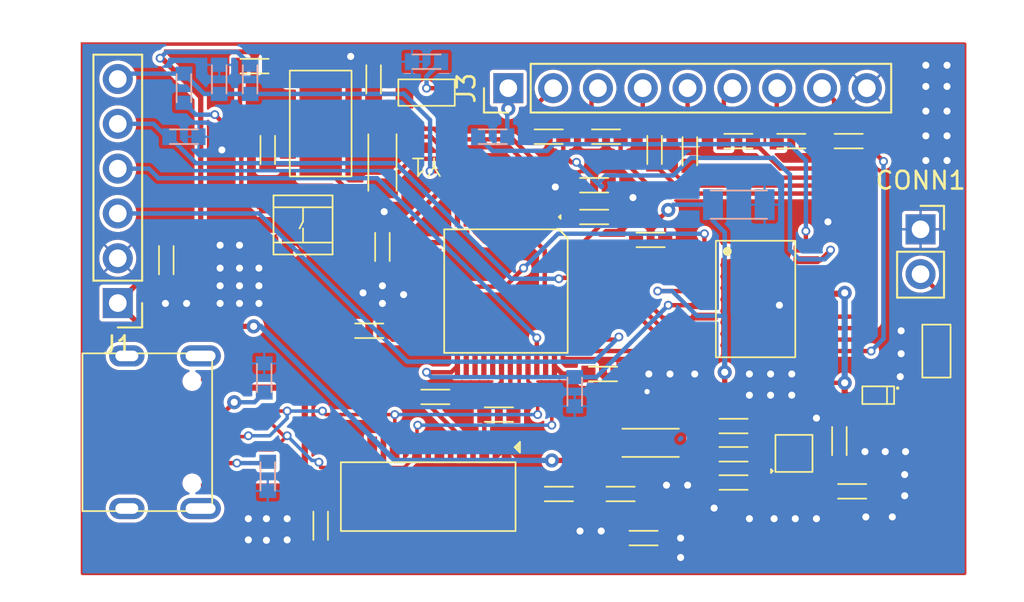
<source format=kicad_pcb>
(kicad_pcb (version 20241229) (generator "pcbnew") (generator_version "9.0")
  (layers (0 "F.Cu" signal) (2 "B.Cu" signal) (13 "F.Paste" user) (15 "B.Paste" user) (5 "F.SilkS" user "F.Silkscreen") (7 "B.SilkS" user "B.Silkscreen") (1 "F.Mask" user) (3 "B.Mask" user) (25 "Edge.Cuts" user))
  (net 0 "")
  (net 1 "5V")
  (net 2 "GND")
  (net 3 "3V3")
  (net 4 "VCC3V3")
  (net 5 "Net-(C22-Pad2)")
  (net 6 "OSCIN")
  (net 7 "PC14")
  (net 8 "PC15")
  (net 9 "RESET")
  (net 10 "Net-(CONN1-5V)")
  (net 12 "DN")
  (net 13 "Net-(CONN2-CC1)")
  (net 15 "DP")
  (net 17 "Net-(CONN2-CC2)")
  (net 18 "Net-(D1-PadK)")
  (net 19 "SWIO")
  (net 20 "SWCLK")
  (net 21 "BOOT0")
  (net 22 "Net-(J3-Pin_2)")
  (net 23 "Net-(J3-Pin_6)")
  (net 24 "Net-(J3-Pin_8)")
  (net 25 "Net-(J3-Pin_1)")
  (net 26 "Net-(J3-Pin_7)")
  (net 27 "Net-(J3-Pin_5)")
  (net 28 "Net-(J3-Pin_3)")
  (net 29 "Net-(J3-Pin_4)")
  (net 30 "BOOT1")
  (net 31 "PA3")
  (net 32 "PB14")
  (net 33 "VBAT")
  (net 34 "PA4")
  (net 35 "PA10")
  (net 36 "PA2")
  (net 37 "PB5")
  (net 38 "OSCOUT")
  (net 39 "PB15")
  (net 40 "PA5")
  (net 41 "PA9")
  (net 42 "OE")
  (net 43 "PB8")
  (net 44 "PA1")
  (net 45 "PB4")
  (net 46 "PA7")
  (net 47 "PB3")
  (net 48 "PA8")
  (net 49 "PA0")
  (net 50 "PB10")
  (net 51 "PB0")
  (net 52 "PB11")
  (net 53 "PA15")
  (net 54 "PB1")
  (net 55 "PB7")
  (net 56 "PC13")
  (net 57 "PB9")
  (net 58 "PB6")
  (net 59 "PB13")
  (net 60 "PA6")
  (net 61 "Net-(U1-PG)")
  (net 62 "Net-(U2-RXD)")
  (net 63 "Net-(U2-TXD)")
  (net 64 "Net-(U2-~{DTR})")
  (net 65 "Net-(SW1-SW2)")
  (net 66 "DIN1")
  (net 67 "DIN2")
  (net 68 "DIN3")
  (net 69 "DIN4")
  (net 70 "DIN5")
  (net 71 "DIN6")
  (net 72 "DIN7")
  (net 73 "DIN8")
  (footprint "Borna KiCAD Library:R0603" (layer "F.Cu") (at 162.425 46 90)
    (property "Reference" "R13")
    (property "Value" "100")
  )
  (footprint "Connector_PinHeader_2.54mm:PinHeader_1x09_P2.54mm_Vertical" (layer "F.Cu") (at 154.135 42.5 90)
    (property "Reference" "J3")
    (property "Value" "Conn_01x09")
  )
  (footprint "Borna KiCAD Library:C0603" (layer "F.Cu") (at 159 48 180)
    (property "Reference" "C10")
    (property "Value" "100nF")
  )
  (footprint "Connector_PinSocket_2.54mm:PinSocket_1x02_P2.54mm_Vertical" (layer "F.Cu") (at 177.5 50.5)
    (property "Reference" "CONN1")
    (property "Value" "POWER_SUPPLY")
  )
  (footprint "Borna KiCAD Library:C0603" (layer "F.Cu") (at 147 51.5 -90)
    (property "Reference" "C25")
    (property "Value" "100nF")
  )
  (footprint "Borna KiCAD Library:R1206" (layer "F.Cu") (at 147 46.7125 -90)
    (property "Reference" "R6")
    (property "Value" "1M")
  )
  (footprint "Borna KiCAD Library:C0603" (layer "F.Cu") (at 173.625 65.35)
    (property "Reference" "C16")
    (property "Value" "100nF")
  )
  (footprint "Borna KiCAD Library:R0603" (layer "F.Cu") (at 164.425 46.075 90)
    (property "Reference" "R14")
    (property "Value" "100")
  )
  (footprint "Borna KiCAD Library:C0603" (layer "F.Cu") (at 166.9 63.25)
    (property "Reference" "C3")
    (property "Value" "100nF")
  )
  (footprint "Borna KiCAD Library:SOD323" (layer "F.Cu") (at 175.1 59.9)
    (property "Reference" "D1")
    (property "Value" "BAT20JFILM")
  )
  (footprint "Borna KiCAD Library:TQFP48" (layer "F.Cu") (at 154 54 180)
    (property "Reference" "MCU1")
    (property "Value" "STM32F103")
  )
  (footprint "Borna KiCAD Library:R0603" (layer "F.Cu") (at 156.425 45.25 180)
    (property "Reference" "R11")
    (property "Value" "100")
  )
  (footprint "Borna KiCAD Library:C0603" (layer "F.Cu") (at 134.75 52.25 90)
    (property "Reference" "C7")
    (property "Value" "100nF")
  )
  (footprint "Borna KiCAD Library:R0603" (layer "F.Cu") (at 159.675 45.25 180)
    (property "Reference" "R12")
    (property "Value" "100")
  )
  (footprint "Borna KiCAD Library:C0603" (layer "F.Cu") (at 146.5 42 -90)
    (property "Reference" "C29")
    (property "Value" "8p")
  )
  (footprint "Borna KiCAD Library:R0603" (layer "F.Cu") (at 150 60 180)
    (property "Reference" "R4")
    (property "Value" "100")
  )
  (footprint "Marina_Library:ECS-080-18-23G-JGN-TR" (layer "F.Cu") (at 143.5 44.5 90)
    (property "Reference" "Y3")
    (property "Value" "8MHz")
  )
  (footprint "Borna KiCAD Library:C1206" (layer "F.Cu") (at 162.2 62.6 180)
    (property "Reference" "C4")
    (property "Value" "10uF")
  )
  (footprint "Borna KiCAD Library:R0603" (layer "F.Cu") (at 170.175 45.5 180)
    (property "Reference" "R17")
    (property "Value" "100")
  )
  (footprint "Borna KiCAD Library:C0603" (layer "F.Cu") (at 139.75 41.25 180)
    (property "Reference" "C23")
    (property "Value" "8p")
  )
  (footprint "Borna KiCAD Library:C0603" (layer "F.Cu") (at 140.5 46 90)
    (property "Reference" "C22")
    (property "Value" "8p")
  )
  (footprint "Borna KiCAD Library:R0603" (layer "F.Cu") (at 153.6 61 180)
    (property "Reference" "R5")
    (property "Value" "100")
  )
  (footprint "Borna KiCAD Library:R0603" (layer "F.Cu") (at 159 49.8)
    (property "Reference" "R20")
    (property "Value" "100R")
  )
  (footprint "Connector_PinHeader_2.54mm:PinHeader_1x06_P2.54mm_Vertical" (layer "F.Cu") (at 132 54.68 180)
    (property "Reference" "J1")
    (property "Value" "Conn_01x06")
  )
  (footprint "Borna KiCAD Library:C0603" (layer "F.Cu") (at 146.25 56.25 180)
    (property "Reference" "C24")
    (property "Value" "100nF")
  )
  (footprint "Borna KiCAD Library:SOP-16" (layer "F.Cu") (at 149.595 65.65 -90)
    (property "Reference" "U2")
    (property "Value" "CH340C")
  )
  (footprint "Borna KiCAD Library:C0603" (layer "F.Cu") (at 161.8 68 180)
    (property "Reference" "C2")
    (property "Value" "470uF")
  )
  (footprint "TXB0108:TXB0108" (layer "F.Cu") (at 168.25 54.2)
    (property "Reference" "U3" (hide yes))
    (property "Value" "TXB0108")
  )
  (footprint "Borna KiCAD Library:TSA007A1518B03" (layer "F.Cu") (at 142.5 50.25 180)
    (property "Reference" "SW1")
    (property "Value" "BZCN_TSA007A1518B03")
  )
  (footprint "Borna KiCAD Library:R0603" (layer "F.Cu") (at 173.425 45.5 180)
    (property "Reference" "R18" (hide yes))
    (property "Value" "100")
  )
  (footprint "Borna KiCAD Library:R0603" (layer "F.Cu") (at 167.175 45.5 180)
    (property "Reference" "R16")
    (property "Value" "100")
  )
  (footprint "Borna KiCAD Library:C0603" (layer "F.Cu") (at 166.9 61.65)
    (property "Reference" "C17")
    (property "Value" "2u2")
  )
  (footprint "Borna KiCAD Library:C0603" (layer "F.Cu") (at 159.5 58.7)
    (property "Reference" "C21")
    (property "Value" "100nF")
  )
  (footprint "Borna KiCAD Library:R0603" (layer "F.Cu") (at 166.9 64.85)
    (property "Reference" "R1")
    (property "Value" "100k")
  )
  (footprint "Borna KiCAD Library:C0603" (layer "F.Cu") (at 172.9 62.5 90)
    (property "Reference" "C6")
    (property "Value" "2u2")
  )
  (footprint "Borna KiCAD Library:WSON-6" (layer "F.Cu") (at 170.325 63.2 90)
    (property "Reference" "U1")
    (property "Value" "TPS7A2633DRVR")
  )
  (footprint "Borna KiCAD Library:R0603" (layer "F.Cu") (at 143.5 67.3 -90)
    (property "Reference" "R7")
    (property "Value" "4k7")
  )
  (footprint "Borna KiCAD Library:C0603" (layer "F.Cu") (at 160.5 65.5 180)
    (property "Reference" "C1")
    (property "Value" "100nF")
  )
  (footprint "Borna KiCAD Library:C0603" (layer "F.Cu") (at 162.2 51.1)
    (property "Reference" "C26")
    (property "Value" "100nF")
  )
  (footprint "Borna KiCAD Library:C0603" (layer "F.Cu") (at 157 65.5)
    (property "Reference" "C5")
    (property "Value" "100nF")
  )
  (footprint "Borna KiCAD Library:1206" (layer "F.Cu") (at 178.4 57.4 -90)
    (property "Reference" "F1")
    (property "Value" "SMD1206-100/06N")
  )
  (footprint "Borna KiCAD Library:TYPE-C_16PIN_2MD(073)" (layer "F.Cu") (at 133.6725 62 -90)
    (property "Reference" "CONN2")
    (property "Value" "TYPE-C_16PIN_2MD(073)")
  )
  (footprint "Marina_Library:SMD3215-2P" (layer "F.Cu") (at 149.5 42.75 180)
    (property "Reference" "Y1")
    (property "Value" "~")
  )
  (footprint "Borna KiCAD Library:R0603" (layer "B.Cu") (at 140.5 64.5 -90)
    (property "Reference" "R3")
    (property "Value" "5k1")
  )
  (footprint "Borna KiCAD Library:R0603" (layer "B.Cu") (at 140.3 58.925 90)
    (property "Reference" "R2")
    (property "Value" "5k1")
  )
  (footprint "Borna KiCAD Library:R0603" (layer "B.Cu") (at 157.9 59.7 -90)
    (property "Reference" "R19")
    (property "Value" "100k")
  )
  (footprint "Borna KiCAD Library:C1206" (layer "B.Cu") (at 167.2 49.1 180)
    (property "Reference" "C9")
    (property "Value" "10u")
  )
  (footprint "Borna KiCAD Library:R0603" (layer "B.Cu") (at 135.75 45.25)
    (property "Reference" "R15")
    (property "Value" "100k")
  )
  (footprint "Borna KiCAD Library:R0603" (layer "B.Cu") (at 139.5 42 -90)
    (property "Reference" "R10")
    (property "Value" "10k")
  )
  (footprint "Borna KiCAD Library:C0603" (layer "B.Cu") (at 149.5 41)
    (property "Reference" "C28")
    (property "Value" "8p")
  )
  (footprint "Borna KiCAD Library:R0603" (layer "B.Cu") (at 137.75 42 90)
    (property "Reference" "C30")
    (property "Value" "100nF")
  )
  (footprint "Borna KiCAD Library:R0603" (layer "B.Cu") (at 153.25 45.25)
    (property "Reference" "R9")
    (property "Value" "100")
  )
  (footprint "Borna KiCAD Library:R0603" (layer "B.Cu") (at 135.75 42.5 90)
    (property "Reference" "R8")
    (property "Value" "100")
  )
  (gr_rect (start 130 40) (end 180 70) (stroke (width 0.2)) (fill no) (layer "F.Cu") (net 74))
  (segment (start 172.8 65.35) (end 172.8 63.425) (width 0.25) (layer "F.Cu") (net 1))
  (segment (start 172.8 67.8) (end 172.8 65.35) (width 0.35) (layer "F.Cu") (net 1))
  (segment (start 160.9 66.5) (end 160.975 66.575) (width 0.35) (layer "F.Cu") (net 1))
  (segment (start 171.05 54.15) (end 173.15 54.15) (width 0.35) (layer "F.Cu") (net 1))
  (segment (start 159.675 66.325) (end 159.675 65.5) (width 0.35) (layer "F.Cu") (net 1))
  (segment (start 173.2 59.9) (end 173.2 59.2) (width 0.35) (layer "F.Cu") (net 1))
  (segment (start 142.6 60.4) (end 141.676 59.476) (width 0.35) (layer "F.Cu") (net 1))
  (segment (start 154.1 68.4) (end 155 67.5) (width 0.35) (layer "F.Cu") (net 1))
  (segment (start 141.676 59.476) (end 137.2825 59.476) (width 0.35) (layer "F.Cu") (net 1))
  (segment (start 155 66.675) (end 155.3375 66.3375) (width 0.35) (layer "F.Cu") (net 1))
  (segment (start 160 66.5) (end 159.5 66.5) (width 0.35) (layer "F.Cu") (net 1))
  (segment (start 160.975 66.575) (end 160.975 68) (width 0.35) (layer "F.Cu") (net 1))
  (segment (start 170.975 62.225) (end 171.8 62.225) (width 0.25) (layer "F.Cu") (net 1))
  (segment (start 172.225 59.2) (end 173.2 59.2) (width 0.25) (layer "F.Cu") (net 1))
  (segment (start 142.6 64.524) (end 142.6 60.4) (width 0.35) (layer "F.Cu") (net 1))
  (segment (start 179 66) (end 179 62.75) (width 0.35) (layer "F.Cu") (net 1))
  (segment (start 171.8 62.225) (end 172.9 63.325) (width 0.25) (layer "F.Cu") (net 1))
  (segment (start 179 66) (end 176.8 68.2) (width 0.35) (layer "F.Cu") (net 1))
  (segment (start 159.5 66.5) (end 155.5 66.5) (width 0.35) (layer "F.Cu") (net 1))
  (segment (start 165.2 68.2) (end 163.5 66.5) (width 0.35) (layer "F.Cu") (net 1))
  (segment (start 154.04 68.4) (end 154.1 68.4) (width 0.25) (layer "F.Cu") (net 1))
  (segment (start 179 62.75) (end 177.25 61) (width 0.35) (layer "F.Cu") (net 1))
  (segment (start 174.045 59.9) (end 173.2 59.9) (width 0.35) (layer "F.Cu") (net 1))
  (segment (start 173.15 54.15) (end 173.2 54.1) (width 0.35) (layer "F.Cu") (net 1))
  (segment (start 163.5 66.5) (end 160.9 66.5) (width 0.35) (layer "F.Cu") (net 1))
  (segment (start 156.175 65.5) (end 155.199 64.524) (width 0.35) (layer "F.Cu") (net 1))
  (segment (start 160.9 66.5) (end 160 66.5) (width 0.35) (layer "F.Cu") (net 1))
  (segment (start 155 67.5) (end 155 66.675) (width 0.35) (layer "F.Cu") (net 1))
  (segment (start 176.8 68.2) (end 173.2 68.2) (width 0.35) (layer "F.Cu") (net 1))
  (segment (start 173.2 60.4) (end 173.2 59.9) (width 0.35) (layer "F.Cu") (net 1))
  (segment (start 154.14 68.5) (end 154.04 68.4) (width 0.25) (layer "F.Cu") (net 1))
  (segment (start 173.2 68.2) (end 172.8 67.8) (width 0.35) (layer "F.Cu") (net 1))
  (segment (start 173.2 68.2) (end 165.2 68.2) (width 0.35) (layer "F.Cu") (net 1))
  (segment (start 172.8 63.425) (end 172.9 63.325) (width 0.25) (layer "F.Cu") (net 1))
  (segment (start 155.3375 66.3375) (end 156.175 65.5) (width 0.35) (layer "F.Cu") (net 1))
  (segment (start 169.675 61.75) (end 172.225 59.2) (width 0.25) (layer "F.Cu") (net 1))
  (segment (start 155.199 64.524) (end 142.6 64.524) (width 0.35) (layer "F.Cu") (net 1))
  (segment (start 173.8 61) (end 173.2 60.4) (width 0.35) (layer "F.Cu") (net 1))
  (segment (start 159.5 66.5) (end 159.675 66.325) (width 0.35) (layer "F.Cu") (net 1))
  (segment (start 169.675 62.225) (end 169.675 61.75) (width 0.25) (layer "F.Cu") (net 1))
  (segment (start 155.5 66.5) (end 155.3375 66.3375) (width 0.35) (layer "F.Cu") (net 1))
  (segment (start 177.25 61) (end 173.8 61) (width 0.35) (layer "F.Cu") (net 1))
  (segment (start 142.6 64.524) (end 137.2825 64.524) (width 0.35) (layer "F.Cu") (net 1))
  (via (at 173.2 59.2) (size 0.8) (drill 0.4) (layers "F.Cu" "B.Cu") (net 1))
  (via (at 173.2 54.1) (size 0.8) (drill 0.4) (layers "F.Cu" "B.Cu") (net 1))
  (segment (start 173.2 54.1) (end 173.2 58.9) (width 0.35) (layer "B.Cu") (net 1))
  (segment (start 171.05 54.8) (end 170 54.8) (width 0.25) (layer "F.Cu") (net 2))
  (segment (start 170 54.8) (end 169.5 54.8) (width 0.25) (layer "F.Cu") (net 2))
  (segment (start 175.2 64.6) (end 174.45 65.35) (width 0.25) (layer "F.Cu") (net 2))
  (segment (start 176.4 64.6) (end 176.6 64.4) (width 0.25) (layer "F.Cu") (net 2))
  (segment (start 175.2 64.6) (end 176.4 64.6) (width 0.25) (layer "F.Cu") (net 2))
  (segment (start 137.2825 58.95) (end 137.35 58.95) (width 0.25) (layer "F.Cu") (net 2))
  (segment (start 172.725 61.5) (end 172.9 61.675) (width 0.25) (layer "F.Cu") (net 2))
  (via (at 140.425 68.125) (size 0.8) (drill 0.4) (layers "F.Cu" "B.Cu") (net 2))
  (via (at 141.6 66.9) (size 0.8) (drill 0.4) (layers "F.Cu" "B.Cu") (net 2))
  (via (at 145.9 54.1) (size 0.8) (drill 0.4) (layers "F.Cu" "B.Cu") (net 2))
  (via (at 137.8 51.4) (size 0.8) (drill 0.4) (layers "F.Cu" "B.Cu") (net 2))
  (via (at 134.7 54.7) (size 0.8) (drill 0.4) (layers "F.Cu" "B.Cu") (net 2))
  (via (at 140 53.7) (size 0.8) (drill 0.4) (layers "F.Cu" "B.Cu") (net 2))
  (via (at 169.2 66.9) (size 0.8) (drill 0.4) (layers "F.Cu" "B.Cu") (net 2))
  (via (at 179 41.2) (size 0.8) (drill 0.4) (layers "F.Cu" "B.Cu") (net 2))
  (via (at 165.8 66.3) (size 0.8) (drill 0.4) (layers "F.Cu" "B.Cu") (net 2))
  (via (at 177.8 46.6) (size 0.8) (drill 0.4) (layers "F.Cu" "B.Cu") (net 2))
  (via (at 176.4 56.25) (size 0.8) (drill 0.4) (layers "F.Cu" "B.Cu") (net 2))
  (via (at 158.2 67.6) (size 0.8) (drill 0.4) (layers "F.Cu" "B.Cu") (net 2))
  (via (at 177.8 41.2) (size 0.8) (drill 0.4) (layers "F.Cu" "B.Cu") (net 2))
  (via (at 169.5 54.8) (size 0.8) (drill 0.4) (layers "F.Cu" "B.Cu") (net 2))
  (via (at 174.4 66.8) (size 0.8) (drill 0.4) (layers "F.Cu" "B.Cu") (net 2))
  (via (at 175.9 66.8) (size 0.8) (drill 0.4) (layers "F.Cu" "B.Cu") (net 2))
  (via (at 167.8 59.9) (size 0.8) (drill 0.4) (layers "F.Cu" "B.Cu") (net 2))
  (via (at 179 46.6) (size 0.8) (drill 0.4) (layers "F.Cu" "B.Cu") (net 2))
  (via (at 176.6 65.6) (size 0.8) (drill 0.4) (layers "F.Cu" "B.Cu") (net 2))
  (via (at 179 45.2) (size 0.8) (drill 0.4) (layers "F.Cu" "B.Cu") (net 2))
  (via (at 138.9 51.4) (size 0.8) (drill 0.4) (layers "F.Cu" "B.Cu") (net 2))
  (via (at 162 59.7) (size 0.5) (drill 0.3) (layers "F.Cu" "B.Cu") (net 2))
  (via (at 138.9 54.7) (size 0.8) (drill 0.4) (layers "F.Cu" "B.Cu") (net 2))
  (via (at 170.2 59.9) (size 0.8) (drill 0.4) (layers "F.Cu" "B.Cu") (net 2))
  (via (at 140 52.7) (size 0.8) (drill 0.4) (layers "F.Cu" "B.Cu") (net 2))
  (via (at 163.1 65) (size 0.8) (drill 0.4) (layers "F.Cu" "B.Cu") (net 2))
  (via (at 174.35 63.1) (size 0.8) (drill 0.4) (layers "F.Cu" "B.Cu") (net 2))
  (via (at 163.9 69.1) (size 0.8) (drill 0.4) (layers "F.Cu" "B.Cu") (net 2))
  (via (at 140.425 66.9) (size 0.8) (drill 0.4) (layers "F.Cu" "B.Cu") (net 2))
  (via (at 135.9 54.7) (size 0.8) (drill 0.4) (layers "F.Cu" "B.Cu") (net 2))
  (via (at 172.25 50.075) (size 0.8) (drill 0.4) (layers "F.Cu" "B.Cu") (net 2))
  (via (at 176.65 63.1) (size 0.8) (drill 0.4) (layers "F.Cu" "B.Cu") (net 2))
  (via (at 177.8 43.8) (size 0.8) (drill 0.4) (layers "F.Cu" "B.Cu") (net 2))
  (via (at 162.1 58.7) (size 0.8) (drill 0.4) (layers "F.Cu" "B.Cu") (net 2))
  (via (at 179 42.4) (size 0.8) (drill 0.4) (layers "F.Cu" "B.Cu") (net 2))
  (via (at 176.6 64.4) (size 0.8) (drill 0.4) (layers "F.Cu" "B.Cu") (net 2))
  (via (at 138.9 52.7) (size 0.8) (drill 0.4) (layers "F.Cu" "B.Cu") (net 2))
  (via (at 176.4 57.55) (size 0.8) (drill 0.4) (layers "F.Cu" "B.Cu") (net 2))
  (via (at 156.8 48.1) (size 0.8) (drill 0.4) (layers "F.Cu" "B.Cu") (net 2))
  (via (at 177.8 45.2) (size 0.8) (drill 0.4) (layers "F.Cu" "B.Cu") (net 2))
  (via (at 137.8 54.7) (size 0.8) (drill 0.4) (layers "F.Cu" "B.Cu") (net 2))
  (via (at 161.2 48.7) (size 0.8) (drill 0.4) (layers "F.Cu" "B.Cu") (net 2))
  (via (at 164.7 58.7) (size 0.8) (drill 0.4) (layers "F.Cu" "B.Cu") (net 2))
  (via (at 170.4 66.9) (size 0.8) (drill 0.4) (layers "F.Cu" "B.Cu") (net 2))
  (via (at 167.8 66.9) (size 0.8) (drill 0.4) (layers "F.Cu" "B.Cu") (net 2))
  (via (at 139.4 66.9) (size 0.8) (drill 0.4) (layers "F.Cu" "B.Cu") (net 2))
  (via (at 145.2 40.7) (size 0.8) (drill 0.4) (layers "F.Cu" "B.Cu") (net 2))
  (via (at 171.6 61.2) (size 0.8) (drill 0.4) (layers "F.Cu" "B.Cu") (net 2))
  (via (at 163.9 68) (size 0.8) (drill 0.4) (layers "F.Cu" "B.Cu") (net 2))
  (via (at 140 54.7) (size 0.8) (drill 0.4) (layers "F.Cu" "B.Cu") (net 2))
  (via (at 139.4 68.1) (size 0.8) (drill 0.4) (layers "F.Cu" "B.Cu") (net 2))
  (via (at 137.9 46) (size 0.8) (drill 0.4) (layers "F.Cu" "B.Cu") (net 2))
  (via (at 171.6 66.9) (size 0.8) (drill 0.4) (layers "F.Cu" "B.Cu") (net 2))
  (via (at 137.8 52.7) (size 0.8) (drill 0.4) (layers "F.Cu" "B.Cu") (net 2))
  (via (at 167.8 58.7) (size 0.8) (drill 0.4) (layers "F.Cu" "B.Cu") (net 2))
  (via (at 147 53.7) (size 0.8) (drill 0.4) (layers "F.Cu" "B.Cu") (net 2))
  (via (at 177.8 42.4) (size 0.8) (drill 0.4) (layers "F.Cu" "B.Cu") (net 2))
  (via (at 138.9 53.7) (size 0.8) (drill 0.4) (layers "F.Cu" "B.Cu") (net 2))
  (via (at 164.3 65) (size 0.8) (drill 0.4) (layers "F.Cu" "B.Cu") (net 2))
  (via (at 169 59.9) (size 0.8) (drill 0.4) (layers "F.Cu" "B.Cu") (net 2))
  (via (at 170.2 58.7) (size 0.8) (drill 0.4) (layers "F.Cu" "B.Cu") (net 2))
  (via (at 179 43.8) (size 0.8) (drill 0.4) (layers "F.Cu" "B.Cu") (net 2))
  (via (at 169 58.7) (size 0.8) (drill 0.4) (layers "F.Cu" "B.Cu") (net 2))
  (via (at 176.35 58.85) (size 0.8) (drill 0.4) (layers "F.Cu" "B.Cu") (net 2))
  (via (at 163.3 58.7) (size 0.8) (drill 0.4) (layers "F.Cu" "B.Cu") (net 2))
  (via (at 141.6 68.1) (size 0.8) (drill 0.4) (layers "F.Cu" "B.Cu") (net 2))
  (via (at 147.1 49.5) (size 0.8) (drill 0.4) (layers "F.Cu" "B.Cu") (net 2))
  (via (at 137.8 53.7) (size 0.8) (drill 0.4) (layers "F.Cu" "B.Cu") (net 2))
  (via (at 159.4 67.6) (size 0.8) (drill 0.4) (layers "F.Cu" "B.Cu") (net 2))
  (via (at 175.5 63.1) (size 0.8) (drill 0.4) (layers "F.Cu" "B.Cu") (net 2))
  (via (at 148.2 54.2) (size 0.8) (drill 0.4) (layers "F.Cu" "B.Cu") (net 2))
  (via (at 147 54.7) (size 0.8) (drill 0.4) (layers "F.Cu" "B.Cu") (net 2))
  (segment (start 177.5 51) (end 177.5 50.5) (width 0.25) (layer "B.Cu") (net 2))
  (segment (start 135.5 56) (end 133.32 56) (width 0.3) (layer "F.Cu") (net 3))
  (segment (start 162.1 60.9) (end 161.95 61.05) (width 0.3) (layer "F.Cu") (net 3))
  (segment (start 167.725 64.85) (end 167.675 64.85) (width 0.25) (layer "F.Cu") (net 3))
  (segment (start 160.7375 62.2625) (end 160.7375 62.6) (width 0.3) (layer "F.Cu") (net 3))
  (segment (start 164 59.8) (end 166.4 59.8) (width 0.3) (layer "F.Cu") (net 3))
  (segment (start 163.2 59.8) (end 162.5 60.5) (width 0.3) (layer "F.Cu") (net 3))
  (segment (start 158.9625 50.6625) (end 159.825 49.8) (width 0.25) (layer "F.Cu") (net 3))
  (segment (start 164.350001 54) (end 162.6 54) (width 0.25) (layer "F.Cu") (net 3))
  (segment (start 164.500001 54.15) (end 164.350001 54) (width 0.25) (layer "F.Cu") (net 3))
  (segment (start 157.2 58.7) (end 156.75 58.25) (width 0.3) (layer "F.Cu") (net 3))
  (segment (start 168.1 64.85) (end 167.725 64.85) (width 0.25) (layer "F.Cu") (net 3))
  (segment (start 161.225 51.25) (end 161.375 51.1) (width 0.25) (layer "F.Cu") (net 3))
  (segment (start 164.225 59.8) (end 166.075 61.65) (width 0.3) (layer "F.Cu") (net 3))
  (segment (start 133.32 56) (end 132 54.68) (width 0.3) (layer "F.Cu") (net 3))
  (segment (start 165.25 54.15) (end 164.500001 54.15) (width 0.25) (layer "F.Cu") (net 3))
  (segment (start 161.95 61.05) (end 161.025 61.05) (width 0.3) (layer "F.Cu") (net 3))
  (segment (start 159.825 48) (end 159.825 49.8) (width 0.25) (layer "F.Cu") (net 3))
  (segment (start 162.8 49.8) (end 163.2 49.4) (width 0.25) (layer "F.Cu") (net 3))
  (segment (start 134.75 53.075) (end 133.605 53.075) (width 0.3) (layer "F.Cu") (net 3))
  (segment (start 159.7375 63.6) (end 156.6 63.6) (width 0.3) (layer "F.Cu") (net 3))
  (segment (start 161.95 61.05) (end 160.7375 62.2625) (width 0.3) (layer "F.Cu") (net 3))
  (segment (start 163.2 59.8) (end 164 59.8) (width 0.3) (layer "F.Cu") (net 3))
  (segment (start 164 59.8) (end 164.225 59.8) (width 0.3) (layer "F.Cu") (net 3))
  (segment (start 132 54.68) (end 132 54.4) (width 0.25) (layer "F.Cu") (net 3))
  (segment (start 136.7 56) (end 139.7 56) (width 0.3) (layer "F.Cu") (net 3))
  (segment (start 158.25 51.25) (end 158.375 51.25) (width 0.25) (layer "F.Cu") (net 3))
  (segment (start 161.025 61.05) (end 158.675 58.7) (width 0.3) (layer "F.Cu") (net 3))
  (segment (start 168.775 64.175) (end 168.1 64.85) (width 0.25) (layer "F.Cu") (net 3))
  (segment (start 158.25 51.25) (end 161.225 51.25) (width 0.25) (layer "F.Cu") (net 3))
  (segment (start 166.4 59.8) (end 166.4 58.6) (width 0.3) (layer "F.Cu") (net 3))
  (segment (start 160.7375 62.6) (end 159.7375 63.6) (width 0.3) (layer "F.Cu") (net 3))
  (segment (start 169.675 64.175) (end 168.775 64.175) (width 0.25) (layer "F.Cu") (net 3))
  (segment (start 162.5 60.5) (end 162.1 60.9) (width 0.3) (layer "F.Cu") (net 3))
  (segment (start 136.7 43) (end 134.5 40.8) (width 0.3) (layer "F.Cu") (net 3))
  (segment (start 135.5 56) (end 136.7 56) (width 0.3) (layer "F.Cu") (net 3))
  (segment (start 134.5 40.8) (end 134.4 40.8) (width 0.3) (layer "F.Cu") (net 3))
  (segment (start 158.375 51.25) (end 158.9625 50.6625) (width 0.25) (layer "F.Cu") (net 3))
  (segment (start 159.825 49.8) (end 162.8 49.8) (width 0.25) (layer "F.Cu") (net 3))
  (segment (start 158.675 58.7) (end 157.2 58.7) (width 0.3) (layer "F.Cu") (net 3))
  (segment (start 136.7 43) (end 136.7 56) (width 0.3) (layer "F.Cu") (net 3))
  (segment (start 166.075 61.65) (end 166.075 63.25) (width 0.3) (layer "F.Cu") (net 3))
  (segment (start 133.605 53.075) (end 132 54.68) (width 0.3) (layer "F.Cu") (net 3))
  (segment (start 167.675 64.85) (end 166.075 63.25) (width 0.25) (layer "F.Cu") (net 3))
  (via (at 162.6 54) (size 0.5) (drill 0.3) (layers "F.Cu" "B.Cu") (net 3))
  (via (at 139.7 56) (size 0.8) (drill 0.4) (layers "F.Cu" "B.Cu") (net 3))
  (via (at 166.4 58.6) (size 0.8) (drill 0.4) (layers "F.Cu" "B.Cu") (net 3))
  (via (at 156.6 63.6) (size 0.8) (drill 0.4) (layers "F.Cu" "B.Cu") (net 3))
  (via (at 163.2 49.4) (size 0.8) (drill 0.4) (layers "F.Cu" "B.Cu") (net 3))
  (via (at 134.4 40.8) (size 0.5) (drill 0.3) (layers "F.Cu" "B.Cu") (net 3))
  (segment (start 164.82672 55.4) (end 166.4 55.4) (width 0.25) (layer "B.Cu") (net 3))
  (segment (start 140.1 56) (end 147.7 63.6) (width 0.3) (layer "B.Cu") (net 3))
  (segment (start 163.2 49.4) (end 163.5 49.1) (width 0.25) (layer "B.Cu") (net 3))
  (segment (start 166.4 55.4) (end 166.4 50.67672) (width 0.25) (layer "B.Cu") (net 3))
  (segment (start 134.751 40.449) (end 134.4 40.8) (width 0.25) (layer "B.Cu") (net 3))
  (segment (start 166.4 50.67672) (end 165.7375 50.01422) (width 0.25) (layer "B.Cu") (net 3))
  (segment (start 138.774 40.449) (end 134.751 40.449) (width 0.25) (layer "B.Cu") (net 3))
  (segment (start 163.926 62.3365) (end 163.8625 62.4) (width 0.25) (layer "B.Cu") (net 3))
  (segment (start 139.5 41.175) (end 138.774 40.449) (width 0.25) (layer "B.Cu") (net 3))
  (segment (start 162.6 54) (end 163.42672 54) (width 0.25) (layer "B.Cu") (net 3))
  (segment (start 166.4 55.4) (end 166.4 58.6) (width 0.3) (layer "B.Cu") (net 3))
  (segment (start 165.7375 50.01422) (end 165.7375 49.1) (width 0.25) (layer "B.Cu") (net 3))
  (segment (start 163.42672 54) (end 164.82672 55.4) (width 0.25) (layer "B.Cu") (net 3))
  (segment (start 139.7 56) (end 140.1 56) (width 0.3) (layer "B.Cu") (net 3))
  (segment (start 163.5 49.1) (end 165.7375 49.1) (width 0.25) (layer "B.Cu") (net 3))
  (segment (start 156.6 63.6) (end 147.7 63.6) (width 0.3) (layer "B.Cu") (net 3))
  (segment (start 150.5 48.1) (end 147.925 50.675) (width 0.3) (layer "F.Cu") (net 4))
  (segment (start 147.575 56.75) (end 149.75 56.75) (width 0.25) (layer "F.Cu") (net 4))
  (segment (start 147.075 56.25) (end 147.575 56.75) (width 0.25) (layer "F.Cu") (net 4))
  (segment (start 152.75 48.35) (end 152.5 48.1) (width 0.3) (layer "F.Cu") (net 4))
  (segment (start 152.5 48.1) (end 150.5 48.1) (width 0.3) (layer "F.Cu") (net 4))
  (segment (start 152.75 49.75) (end 152.75 48.35) (width 0.3) (layer "F.Cu") (net 4))
  (segment (start 147.925 50.675) (end 147 50.675) (width 0.3) (layer "F.Cu") (net 4))
  (segment (start 138.925 43.6) (end 140.5 45.175) (width 0.25) (layer "F.Cu") (net 5))
  (segment (start 138.925 41.25) (end 138.925 43.6) (width 0.25) (layer "F.Cu") (net 5))
  (segment (start 154.75 47.02562) (end 154.02638 46.302) (width 0.25) (layer "F.Cu") (net 6))
  (segment (start 149.75 45.25) (end 147 45.25) (width 0.25) (layer "F.Cu") (net 6))
  (segment (start 143.5 42.25) (end 141.575 42.25) (width 0.25) (layer "F.Cu") (net 6))
  (segment (start 154.02638 46.302) (end 150.802 46.302) (width 0.25) (layer "F.Cu") (net 6))
  (segment (start 147 45.25) (end 146.5 45.25) (width 0.25) (layer "F.Cu") (net 6))
  (segment (start 150.802 46.302) (end 149.75 45.25) (width 0.25) (layer "F.Cu") (net 6))
  (segment (start 141.575 42.25) (end 140.575 41.25) (width 0.25) (layer "F.Cu") (net 6))
  (segment (start 146.5 45.25) (end 143.5 42.25) (width 0.25) (layer "F.Cu") (net 6))
  (segment (start 154.75 49.75) (end 154.75 47.02562) (width 0.25) (layer "F.Cu") (net 6))
  (segment (start 149.5 42.5) (end 150.5 42.5) (width 0.25) (layer "F.Cu") (net 7))
  (segment (start 150.5 42.5) (end 150.75 42.75) (width 0.25) (layer "F.Cu") (net 7))
  (segment (start 154.4 45.4) (end 151.2 45.4) (width 0.25) (layer "F.Cu") (net 7))
  (segment (start 151.2 45.4) (end 150.75 44.95) (width 0.25) (layer "F.Cu") (net 7))
  (segment (start 155.75 46.75) (end 154.4 45.4) (width 0.25) (layer "F.Cu") (net 7))
  (segment (start 155.75 49.75) (end 155.75 46.75) (width 0.25) (layer "F.Cu") (net 7))
  (segment (start 150.75 44.95) (end 150.75 42.75) (width 0.25) (layer "F.Cu") (net 7))
  (via (at 149.5 42.5) (size 0.5) (drill 0.3) (layers "F.Cu" "B.Cu") (net 7))
  (segment (start 149.5 42) (end 149.5 42.5) (width 0.25) (layer "B.Cu") (net 7))
  (segment (start 149.5 41.825) (end 149.5 42) (width 0.25) (layer "B.Cu") (net 7))
  (segment (start 150.325 41) (end 149.5 41.825) (width 0.25) (layer "B.Cu") (net 7))
  (segment (start 155.25 49.75) (end 155.25 46.88781) (width 0.25) (layer "F.Cu") (net 8))
  (segment (start 154.21319 45.851) (end 150.98881 45.851) (width 0.25) (layer "F.Cu") (net 8))
  (segment (start 146.5 42.825) (end 148.175 42.825) (width 0.25) (layer "F.Cu") (net 8))
  (segment (start 155.25 46.88781) (end 154.21319 45.851) (width 0.25) (layer "F.Cu") (net 8))
  (segment (start 148.25 43.649) (end 148.25 42.75) (width 0.25) (layer "F.Cu") (net 8))
  (segment (start 149.93681 44.799) (end 149.4 44.799) (width 0.25) (layer "F.Cu") (net 8))
  (segment (start 150.98881 45.851) (end 149.93681 44.799) (width 0.25) (layer "F.Cu") (net 8))
  (segment (start 149.4 44.799) (end 148.25 43.649) (width 0.25) (layer "F.Cu") (net 8))
  (segment (start 148.175 42.825) (end 148.25 42.75) (width 0.25) (layer "F.Cu") (net 8))
  (segment (start 153.75 49.75) (end 153.774 49.726) (width 0.25) (layer "F.Cu") (net 9))
  (segment (start 153.75 47.44081) (end 153.51319 47.204) (width 0.25) (layer "F.Cu") (net 9))
  (segment (start 153.75 49.75) (end 153.75 47.44081) (width 0.25) (layer "F.Cu") (net 9))
  (segment (start 149.704 47.204) (end 149.7 47.2) (width 0.25) (layer "F.Cu") (net 9))
  (segment (start 153.51319 47.204) (end 149.704 47.204) (width 0.25) (layer "F.Cu") (net 9))
  (via (at 149.7 47.2) (size 0.5) (drill 0.3) (layers "F.Cu" "B.Cu") (net 9))
  (segment (start 148.2 42.8) (end 149.7 44.3) (width 0.25) (layer "B.Cu") (net 9))
  (segment (start 139.5 42.825) (end 137.75 42.825) (width 0.25) (layer "B.Cu") (net 9))
  (segment (start 132.305 41.675) (end 132 41.98) (width 0.25) (layer "B.Cu") (net 9))
  (segment (start 137.75 42.825) (end 136.9 42.825) (width 0.25) (layer "B.Cu") (net 9))
  (segment (start 139.5 42.825) (end 148.175 42.825) (width 0.25) (layer "B.Cu") (net 9))
  (segment (start 132.22 42.2) (end 132 41.98) (width 0.25) (layer "B.Cu") (net 9))
  (segment (start 149.7 44.3) (end 149.7 47.2) (width 0.25) (layer "B.Cu") (net 9))
  (segment (start 136.9 42.825) (end 135.75 41.675) (width 0.25) (layer "B.Cu") (net 9))
  (segment (start 148.175 42.825) (end 148.2 42.8) (width 0.25) (layer "B.Cu") (net 9))
  (segment (start 135.75 41.675) (end 132.305 41.675) (width 0.25) (layer "B.Cu") (net 9))
  (segment (start 178.5 54.1) (end 178.4 54.2) (width 0.25) (layer "F.Cu") (net 10))
  (segment (start 177.5 53.04) (end 178.5 54.04) (width 0.25) (layer "F.Cu") (net 10))
  (segment (start 178.5 54.04) (end 178.5 54.1) (width 0.25) (layer "F.Cu") (net 10))
  (segment (start 178.4 54.2) (end 178.4 55.9) (width 0.25) (layer "F.Cu") (net 10))
  (segment (start 147.7 61) (end 147.7 62.89) (width 0.2) (layer "F.Cu") (net 12))
  (segment (start 136.4115 62.201) (end 136.4115 61.299) (width 0.2) (layer "F.Cu") (net 12))
  (segment (start 139.2329 60.8) (end 141.6 60.8) (width 0.2) (layer "F.Cu") (net 12))
  (segment (start 147.801 62.789) (end 147.69 62.9) (width 0.2) (layer "F.Cu") (net 12))
  (segment (start 136.4605 61.25) (end 137.2825 61.25) (width 0.2) (layer "F.Cu") (net 12))
  (segment (start 143.8 61) (end 143.6 60.8) (width 0.2) (layer "F.Cu") (net 12))
  (segment (start 139.35 62.25) (end 139.4 62.2) (width 0.2) (layer "F.Cu") (net 12))
  (segment (start 155.8 60.4) (end 155.8 61) (width 0.2) (layer "F.Cu") (net 12))
  (segment (start 154.75 58.25) (end 154.75 59.35) (width 0.2) (layer "F.Cu") (net 12))
  (segment (start 137.2825 62.25) (end 136.4605 62.25) (width 0.2) (layer "F.Cu") (net 12))
  (segment (start 136.4115 61.299) (end 136.4605 61.25) (width 0.2) (layer "F.Cu") (net 12))
  (segment (start 147.7 61) (end 143.8 61) (width 0.2) (layer "F.Cu") (net 12))
  (segment (start 136.4605 62.25) (end 136.4115 62.201) (width 0.2) (layer "F.Cu") (net 12))
  (segment (start 137.2825 61.25) (end 138.7829 61.25) (width 0.2) (layer "F.Cu") (net 12))
  (segment (start 138.7829 61.25) (end 139.2329 60.8) (width 0.2) (layer "F.Cu") (net 12))
  (segment (start 154.75 59.35) (end 155.8 60.4) (width 0.2) (layer "F.Cu") (net 12))
  (segment (start 137.2825 62.25) (end 139.35 62.25) (width 0.2) (layer "F.Cu") (net 12))
  (segment (start 147.7 62.89) (end 147.69 62.9) (width 0.2) (layer "F.Cu") (net 12))
  (via (at 139.4 62.2) (size 0.5) (drill 0.3) (layers "F.Cu" "B.Cu") (net 12))
  (via (at 143.6 60.8) (size 0.5) (drill 0.3) (layers "F.Cu" "B.Cu") (net 12))
  (via (at 147.7 61) (size 0.5) (drill 0.3) (layers "F.Cu" "B.Cu") (net 12))
  (via (at 141.6 60.8) (size 0.5) (drill 0.3) (layers "F.Cu" "B.Cu") (net 12))
  (via (at 155.8 61) (size 0.5) (drill 0.3) (layers "F.Cu" "B.Cu") (net 12))
  (segment (start 139.4 62.2) (end 140.608636 62.2) (width 0.2) (layer "B.Cu") (net 12))
  (segment (start 140.608636 62.2) (end 141.6 61.208636) (width 0.2) (layer "B.Cu") (net 12))
  (segment (start 141.6 60.8) (end 143.6 60.8) (width 0.2) (layer "B.Cu") (net 12))
  (segment (start 141.6 61.208636) (end 141.6 60.8) (width 0.2) (layer "B.Cu") (net 12))
  (segment (start 147.7 61) (end 155.8 61) (width 0.2) (layer "B.Cu") (net 12))
  (segment (start 138.15 60.75) (end 138.6 60.3) (width 0.25) (layer "F.Cu") (net 13))
  (segment (start 137.2825 60.75) (end 138.15 60.75) (width 0.25) (layer "F.Cu") (net 13))
  (via (at 138.6 60.3) (size 0.8) (drill 0.4) (layers "F.Cu" "B.Cu") (net 13))
  (segment (start 139.75 60.3) (end 140.3 59.75) (width 0.25) (layer "B.Cu") (net 13))
  (segment (start 138.6 60.3) (end 139.75 60.3) (width 0.25) (layer "B.Cu") (net 13))
  (segment (start 138.3545 63) (end 140.8 63) (width 0.2) (layer "F.Cu") (net 15))
  (segment (start 143.5 63.8) (end 143.4 63.7) (width 0.2) (layer "F.Cu") (net 15))
  (segment (start 137.2825 61.75) (end 138.85 61.75) (width 0.2) (layer "F.Cu") (net 15))
  (segment (start 148.96 62.9) (end 148.96 63.275) (width 0.2) (layer "F.Cu") (net 15))
  (segment (start 140.8 63) (end 141.6 62.2) (width 0.2) (layer "F.Cu") (net 15))
  (segment (start 137.2825 62.75) (end 138.1045 62.75) (width 0.2) (layer "F.Cu") (net 15))
  (segment (start 143.5 64) (end 143.5 63.8) (width 0.2) (layer "F.Cu") (net 15))
  (segment (start 148.96 63.275) (end 148.235 64) (width 0.2) (layer "F.Cu") (net 15))
  (segment (start 140.6 61.4) (end 141.4 62.2) (width 0.2) (layer "F.Cu") (net 15))
  (segment (start 155.25 59.102) (end 156.6 60.452) (width 0.2) (layer "F.Cu") (net 15))
  (segment (start 138.85 61.75) (end 139.2 61.4) (width 0.2) (layer "F.Cu") (net 15))
  (segment (start 138.1045 62.75) (end 138.3545 63) (width 0.2) (layer "F.Cu") (net 15))
  (segment (start 148.235 64) (end 143.5 64) (width 0.2) (layer "F.Cu") (net 15))
  (segment (start 148.96 62.9) (end 148.96 61.64) (width 0.2) (layer "F.Cu") (net 15))
  (segment (start 155.25 58.25) (end 155.25 59.102) (width 0.2) (layer "F.Cu") (net 15))
  (segment (start 156.6 60.452) (end 156.6 61.6) (width 0.2) (layer "F.Cu") (net 15))
  (segment (start 141.4 62.2) (end 141.6 62.2) (width 0.2) (layer "F.Cu") (net 15))
  (segment (start 139.2 61.4) (end 140.6 61.4) (width 0.2) (layer "F.Cu") (net 15))
  (via (at 141.6 62.2) (size 0.5) (drill 0.3) (layers "F.Cu" "B.Cu") (net 15))
  (via (at 149 61.6) (size 0.5) (drill 0.3) (layers "F.Cu" "B.Cu") (net 15))
  (via (at 156.6 61.6) (size 0.5) (drill 0.3) (layers "F.Cu" "B.Cu") (net 15))
  (via (at 143.4 63.7) (size 0.5) (drill 0.3) (layers "F.Cu" "B.Cu") (net 15))
  (segment (start 149 61.6) (end 156.6 61.6) (width 0.2) (layer "B.Cu") (net 15))
  (segment (start 143 63.6) (end 141.6 62.2) (width 0.2) (layer "B.Cu") (net 15))
  (segment (start 143.3 63.6) (end 143.4 63.7) (width 0.2) (layer "B.Cu") (net 15))
  (segment (start 143 63.6) (end 143.3 63.6) (width 0.2) (layer "B.Cu") (net 15))
  (segment (start 137.2825 63.75) (end 138.75 63.75) (width 0.25) (layer "F.Cu") (net 17))
  (via (at 138.75 63.75) (size 0.5) (drill 0.3) (layers "F.Cu" "B.Cu") (net 17))
  (segment (start 138.75 63.75) (end 140.425 63.75) (width 0.25) (layer "B.Cu") (net 17))
  (segment (start 140.425 63.75) (end 140.5 63.675) (width 0.25) (layer "B.Cu") (net 17))
  (segment (start 177.4 59.9) (end 178.4 58.9) (width 0.25) (layer "F.Cu") (net 18))
  (segment (start 176.155 59.9) (end 177.4 59.9) (width 0.25) (layer "F.Cu") (net 18))
  (segment (start 155.75 58.25) (end 155.75 56.65) (width 0.25) (layer "F.Cu") (net 19))
  (via (at 155.75 56.65) (size 0.5) (drill 0.3) (layers "F.Cu" "B.Cu") (net 19))
  (segment (start 155.75 56.65) (end 146.7 47.6) (width 0.25) (layer "B.Cu") (net 19))
  (segment (start 146.7 47.6) (end 134.3 47.6) (width 0.25) (layer "B.Cu") (net 19))
  (segment (start 133.76 47.06) (end 132 47.06) (width 0.25) (layer "B.Cu") (net 19))
  (segment (start 134.3 47.6) (end 133.76 47.06) (width 0.25) (layer "B.Cu") (net 19))
  (segment (start 158.25 56.75) (end 160.25 56.75) (width 0.25) (layer "F.Cu") (net 20))
  (segment (start 160.25 56.75) (end 160.4 56.6) (width 0.25) (layer "F.Cu") (net 20))
  (via (at 160.4 56.6) (size 0.5) (drill 0.3) (layers "F.Cu" "B.Cu") (net 20))
  (segment (start 159 58) (end 148.4 58) (width 0.25) (layer "B.Cu") (net 20))
  (segment (start 148.4 58) (end 140 49.6) (width 0.25) (layer "B.Cu") (net 20))
  (segment (start 140 49.6) (end 132 49.6) (width 0.25) (layer "B.Cu") (net 20))
  (segment (start 160.4 56.6) (end 159 58) (width 0.25) (layer "B.Cu") (net 20))
  (segment (start 157.05 53.25) (end 158.25 53.25) (width 0.25) (layer "F.Cu") (net 21))
  (segment (start 157 53.3) (end 157.05 53.25) (width 0.25) (layer "F.Cu") (net 21))
  (via (at 157 53.3) (size 0.5) (drill 0.3) (layers "F.Cu" "B.Cu") (net 21))
  (segment (start 134.02 44.52) (end 132 44.52) (width 0.25) (layer "B.Cu") (net 21))
  (segment (start 147.75 46.75) (end 154.3 53.3) (width 0.25) (layer "B.Cu") (net 21))
  (segment (start 134.925 45.25) (end 134.75 45.25) (width 0.25) (layer "B.Cu") (net 21))
  (segment (start 134.75 45.25) (end 134.02 44.52) (width 0.25) (layer "B.Cu") (net 21))
  (segment (start 154.3 53.3) (end 157 53.3) (width 0.25) (layer "B.Cu") (net 21))
  (segment (start 136.425 46.75) (end 147.75 46.75) (width 0.25) (layer "B.Cu") (net 21))
  (segment (start 134.925 45.25) (end 136.425 46.75) (width 0.25) (layer "B.Cu") (net 21))
  (segment (start 156.675 42.5) (end 155.6 43.575) (width 0.25) (layer "F.Cu") (net 22))
  (segment (start 155.6 43.575) (end 155.6 45.25) (width 0.25) (layer "F.Cu") (net 22))
  (segment (start 166.35 45.5) (end 166.35 42.985) (width 0.25) (layer "F.Cu") (net 23))
  (segment (start 166.35 42.985) (end 166.835 42.5) (width 0.25) (layer "F.Cu") (net 23))
  (segment (start 172.6 43.185) (end 171.915 42.5) (width 0.25) (layer "F.Cu") (net 24))
  (segment (start 172.6 45.5) (end 172.6 43.185) (width 0.25) (layer "F.Cu") (net 24))
  (segment (start 154.135 42.5) (end 154.135 43.665) (width 0.25) (layer "F.Cu") (net 25))
  (via (at 154.135 43.665) (size 0.8) (drill 0.4) (layers "F.Cu" "B.Cu") (net 25))
  (segment (start 154.075 45.25) (end 154.075 43.725) (width 0.25) (layer "B.Cu") (net 25))
  (segment (start 154.075 43.725) (end 154.135 43.665) (width 0.25) (layer "B.Cu") (net 25))
  (segment (start 169.35 42.525) (end 169.375 42.5) (width 0.25) (layer "F.Cu") (net 26))
  (segment (start 169.35 45.5) (end 169.35 42.525) (width 0.25) (layer "F.Cu") (net 26))
  (segment (start 164.295 45.12) (end 164.425 45.25) (width 0.25) (layer "F.Cu") (net 27))
  (segment (start 164.295 42.5) (end 164.295 45.12) (width 0.25) (layer "F.Cu") (net 27))
  (segment (start 158.85 42.865) (end 159.215 42.5) (width 0.25) (layer "F.Cu") (net 28))
  (segment (start 158.85 45.25) (end 158.85 42.865) (width 0.25) (layer "F.Cu") (net 28))
  (segment (start 161.755 44.505) (end 162.425 45.175) (width 0.25) (layer "F.Cu") (net 29))
  (segment (start 161.755 42.5) (end 161.755 44.505) (width 0.25) (layer "F.Cu") (net 29))
  (segment (start 158.125 49.75) (end 158.175 49.8) (width 0.25) (layer "F.Cu") (net 33))
  (segment (start 156.75 49.75) (end 158.125 49.75) (width 0.25) (layer "F.Cu") (net 33))
  (segment (start 154.25 58.25) (end 154.25 60.825) (width 0.25) (layer "F.Cu") (net 35))
  (segment (start 154.25 60.825) (end 154.425 61) (width 0.25) (layer "F.Cu") (net 35))
  (segment (start 162.83547 56.1) (end 165.25 56.1) (width 0.25) (layer "F.Cu") (net 37))
  (segment (start 160.04766 54.75) (end 160.34866 55.051) (width 0.25) (layer "F.Cu") (net 37))
  (segment (start 160.34866 55.051) (end 161.78647 55.051) (width 0.25) (layer "F.Cu") (net 37))
  (segment (start 161.78647 55.051) (end 162.83547 56.1) (width 0.25) (layer "F.Cu") (net 37))
  (segment (start 158.25 54.75) (end 160.04766 54.75) (width 0.25) (layer "F.Cu") (net 37))
  (segment (start 143.175 46.825) (end 140.5 46.825) (width 0.25) (layer "F.Cu") (net 38))
  (segment (start 143.25 46.75) (end 143.175 46.825) (width 0.25) (layer "F.Cu") (net 38))
  (segment (start 148.675 46.5) (end 147 48.175) (width 0.25) (layer "F.Cu") (net 38))
  (segment (start 154.25 49.75) (end 154.25 47.303) (width 0.25) (layer "F.Cu") (net 38))
  (segment (start 147 48.175) (end 144.925 48.175) (width 0.25) (layer "F.Cu") (net 38))
  (segment (start 154.25 47.303) (end 153.7 46.753) (width 0.25) (layer "F.Cu") (net 38))
  (segment (start 150.3 46.5) (end 148.675 46.5) (width 0.25) (layer "F.Cu") (net 38))
  (segment (start 153.7 46.753) (end 150.553 46.753) (width 0.25) (layer "F.Cu") (net 38))
  (segment (start 150.553 46.753) (end 150.3 46.5) (width 0.25) (layer "F.Cu") (net 38))
  (segment (start 144.925 48.175) (end 143.5 46.75) (width 0.25) (layer "F.Cu") (net 38))
  (segment (start 143.5 46.75) (end 143.25 46.75) (width 0.25) (layer "F.Cu") (net 38))
  (segment (start 153.75 59.152) (end 152.902 60) (width 0.25) (layer "F.Cu") (net 41))
  (segment (start 153.75 58.25) (end 153.75 59.152) (width 0.25) (layer "F.Cu") (net 41))
  (segment (start 152.902 60) (end 150.825 60) (width 0.25) (layer "F.Cu") (net 41))
  (segment (start 163.2 54.8) (end 165.25 54.8) (width 0.25) (layer "F.Cu") (net 42))
  (segment (start 149.5 58.6) (end 150.9 58.6) (width 0.25) (layer "F.Cu") (net 42))
  (segment (start 150.9 58.6) (end 151.25 58.25) (width 0.25) (layer "F.Cu") (net 42))
  (via (at 149.5 58.6) (size 0.5) (drill 0.3) (layers "F.Cu" "B.Cu") (net 42))
  (via (at 163.2 54.8) (size 0.5) (drill 0.3) (layers "F.Cu" "B.Cu") (net 42))
  (segment (start 163.2 54.8) (end 159.125 58.875) (width 0.25) (layer "B.Cu") (net 42))
  (segment (start 149.775 58.875) (end 149.5 58.6) (width 0.25) (layer "B.Cu") (net 42))
  (segment (start 159.125 58.875) (end 157.9 58.875) (width 0.25) (layer "B.Cu") (net 42))
  (segment (start 163.2 54.8) (end 163.2 54.82672) (width 0.25) (layer "B.Cu") (net 42))
  (segment (start 157.9 58.875) (end 149.775 58.875) (width 0.25) (layer "B.Cu") (net 42))
  (segment (start 165.15 52.75) (end 165.25 52.85) (width 0.25) (layer "F.Cu") (net 43))
  (segment (start 158.25 52.75) (end 165.15 52.75) (width 0.25) (layer "F.Cu") (net 43))
  (segment (start 162.84766 56.75) (end 165.25 56.75) (width 0.25) (layer "F.Cu") (net 45))
  (segment (start 158.25 55.25) (end 159.90985 55.25) (width 0.25) (layer "F.Cu") (net 45))
  (segment (start 159.90985 55.25) (end 160.16185 55.502) (width 0.25) (layer "F.Cu") (net 45))
  (segment (start 161.59966 55.502) (end 162.84766 56.75) (width 0.25) (layer "F.Cu") (net 45))
  (segment (start 160.16185 55.502) (end 161.59966 55.502) (width 0.25) (layer "F.Cu") (net 45))
  (segment (start 155.7 51.2) (end 152.798 51.2) (width 0.25) (layer "F.Cu") (net 49))
  (segment (start 152.25 50.652) (end 152.25 49.75) (width 0.25) (layer "F.Cu") (net 49))
  (segment (start 156.2 51.7) (end 155.7 51.2) (width 0.25) (layer "F.Cu") (net 49))
  (segment (start 152.798 51.2) (end 152.25 50.652) (width 0.25) (layer "F.Cu") (net 49))
  (segment (start 165.25 57.4) (end 157.498 57.4) (width 0.25) (layer "F.Cu") (net 49))
  (segment (start 156.2 56.102) (end 156.2 51.7) (width 0.25) (layer "F.Cu") (net 49))
  (segment (start 157.498 57.4) (end 156.2 56.102) (width 0.25) (layer "F.Cu") (net 49))
  (segment (start 153.95 53.75) (end 155 52.7) (width 0.25) (layer "F.Cu") (net 51))
  (segment (start 165.25 51.55) (end 165.25 50.75) (width 0.25) (layer "F.Cu") (net 51))
  (segment (start 149.75 53.75) (end 153.95 53.75) (width 0.25) (layer "F.Cu") (net 51))
  (via (at 155 52.7) (size 0.5) (drill 0.3) (layers "F.Cu" "B.Cu") (net 51))
  (via (at 165.25 50.75) (size 0.5) (drill 0.3) (layers "F.Cu" "B.Cu") (net 51))
  (segment (start 165.25 50.75) (end 156.95 50.75) (width 0.25) (layer "B.Cu") (net 51))
  (segment (start 156.95 50.75) (end 155 52.7) (width 0.25) (layer "B.Cu") (net 51))
  (segment (start 158.25 53.75) (end 162.035412 53.75) (width 0.25) (layer "F.Cu") (net 55))
  (segment (start 162.035412 53.75) (end 162.361412 53.424) (width 0.25) (layer "F.Cu") (net 55))
  (segment (start 162.361412 53.424) (end 165.174 53.424) (width 0.25) (layer "F.Cu") (net 55))
  (segment (start 165.174 53.424) (end 165.25 53.5) (width 0.25) (layer "F.Cu") (net 55))
  (segment (start 158.25 52.25) (end 165.2 52.25) (width 0.25) (layer "F.Cu") (net 57))
  (segment (start 165.2 52.25) (end 165.25 52.2) (width 0.25) (layer "F.Cu") (net 57))
  (segment (start 161.97328 54.6) (end 162.89928 55.526) (width 0.25) (layer "F.Cu") (net 58))
  (segment (start 160.18547 54.25) (end 160.53547 54.6) (width 0.25) (layer "F.Cu") (net 58))
  (segment (start 165.174 55.526) (end 165.25 55.45) (width 0.25) (layer "F.Cu") (net 58))
  (segment (start 162.89928 55.526) (end 165.174 55.526) (width 0.25) (layer "F.Cu") (net 58))
  (segment (start 160.53547 54.6) (end 161.97328 54.6) (width 0.25) (layer "F.Cu") (net 58))
  (segment (start 158.25 54.25) (end 160.18547 54.25) (width 0.25) (layer "F.Cu") (net 58))
  (segment (start 166.876 65.651) (end 166.075 64.85) (width 0.25) (layer "F.Cu") (net 61))
  (segment (start 170.975 64.175) (end 170.975 64.65) (width 0.25) (layer "F.Cu") (net 61))
  (segment (start 169.974 65.651) (end 166.876 65.651) (width 0.25) (layer "F.Cu") (net 61))
  (segment (start 170.975 64.65) (end 169.974 65.651) (width 0.25) (layer "F.Cu") (net 61))
  (segment (start 151.5 62.9) (end 151.5 63.275) (width 0.25) (layer "F.Cu") (net 62))
  (segment (start 151.5 62.325) (end 151.5 62.9) (width 0.25) (layer "F.Cu") (net 62))
  (segment (start 149.175 60) (end 151.5 62.325) (width 0.25) (layer "F.Cu") (net 62))
  (segment (start 152.775 61) (end 152.775 62.895) (width 0.25) (layer "F.Cu") (net 63))
  (segment (start 152.775 62.895) (end 152.77 62.9) (width 0.25) (layer "F.Cu") (net 63))
  (segment (start 150.23 68.4) (end 150.23 68.775) (width 0.25) (layer "F.Cu") (net 64))
  (segment (start 150.23 68.4) (end 150.23 67.03) (width 0.25) (layer "F.Cu") (net 64))
  (segment (start 149.675 66.475) (end 143.5 66.475) (width 0.25) (layer "F.Cu") (net 64))
  (segment (start 150.23 67.03) (end 149.675 66.475) (width 0.25) (layer "F.Cu") (net 64))
  (segment (start 139 45.5) (end 139 48.25) (width 0.25) (layer "F.Cu") (net 65))
  (segment (start 139 48.25) (end 140 49.25) (width 0.25) (layer "F.Cu") (net 65))
  (segment (start 137.5 44) (end 139 45.5) (width 0.25) (layer "F.Cu") (net 65))
  (segment (start 140 49.25) (end 140.55 49.25) (width 0.25) (layer "F.Cu") (net 65))
  (via (at 137.5 44) (size 0.5) (drill 0.3) (layers "F.Cu" "B.Cu") (net 65))
  (segment (start 135.75 43.325) (end 136.425 44) (width 0.25) (layer "B.Cu") (net 65))
  (segment (start 136.425 44) (end 137.5 44) (width 0.25) (layer "B.Cu") (net 65))
  (segment (start 171 50.6) (end 171 51.55) (width 0.25) (layer "F.Cu") (net 66))
  (segment (start 171 51.55) (end 171.05 51.6) (width 0.25) (layer "F.Cu") (net 66))
  (via (at 171 50.6) (size 0.5) (drill 0.3) (layers "F.Cu" "B.Cu") (net 66))
  (segment (start 171 46.6) (end 171 50.6) (width 0.25) (layer "B.Cu") (net 66))
  (segment (start 153.226 46.051) (end 156.32228 46.051) (width 0.25) (layer "B.Cu") (net 66))
  (segment (start 152.425 45.25) (end 153.226 46.051) (width 0.25) (layer "B.Cu") (net 66))
  (segment (start 170.074 45.674) (end 171 46.6) (width 0.25) (layer "B.Cu") (net 66))
  (segment (start 156.32228 46.051) (end 156.69928 45.674) (width 0.25) (layer "B.Cu") (net 66))
  (segment (start 156.69928 45.674) (end 170.074 45.674) (width 0.25) (layer "B.Cu") (net 66))
  (segment (start 157.25 46.25) (end 157.7 46.7) (width 0.25) (layer "F.Cu") (net 67))
  (segment (start 172.4 51.675) (end 171.825 52.25) (width 0.25) (layer "F.Cu") (net 67))
  (segment (start 157.25 45.25) (end 157.25 46.25) (width 0.25) (layer "F.Cu") (net 67))
  (segment (start 171.825 52.25) (end 171.05 52.25) (width 0.25) (layer "F.Cu") (net 67))
  (segment (start 157.7 46.7) (end 158 46.7) (width 0.25) (layer "F.Cu") (net 67))
  (via (at 172.4 51.675) (size 0.5) (drill 0.3) (layers "F.Cu" "B.Cu") (net 67))
  (via (at 158 46.7) (size 0.5) (drill 0.3) (layers "F.Cu" "B.Cu") (net 67))
  (segment (start 159.4 48.1) (end 159.45 48.05) (width 0.25) (layer "B.Cu") (net 67))
  (segment (start 159.2 47.9) (end 159.35 48.05) (width 0.25) (layer "B.Cu") (net 67))
  (segment (start 158 46.7) (end 159.2 47.9) (width 0.25) (layer "B.Cu") (net 67))
  (segment (start 169.15 46.45) (end 170.1 47.4) (width 0.25) (layer "B.Cu") (net 67))
  (segment (start 170.1 51.675) (end 170.625 52.2) (width 0.25) (layer "B.Cu") (net 67))
  (segment (start 170.625 52.2) (end 172.075 52.2) (width 0.25) (layer "B.Cu") (net 67))
  (segment (start 170.1 47.4) (end 170.1 51.675) (width 0.25) (layer "B.Cu") (net 67))
  (segment (start 159.651 47.449) (end 163.476 47.449) (width 0.25) (layer "B.Cu") (net 67))
  (segment (start 164.475 46.45) (end 169.15 46.45) (width 0.25) (layer "B.Cu") (net 67))
  (segment (start 163.476 47.449) (end 164.475 46.45) (width 0.25) (layer "B.Cu") (net 67))
  (segment (start 159.2 47.9) (end 159.651 47.449) (width 0.25) (layer "B.Cu") (net 67))
  (segment (start 159.35 48.05) (end 159.4 48.1) (width 0.25) (layer "B.Cu") (net 67))
  (segment (start 172.4 51.875) (end 172.4 51.675) (width 0.25) (layer "B.Cu") (net 67))
  (segment (start 172.075 52.2) (end 172.4 51.875) (width 0.25) (layer "B.Cu") (net 67))
  (segment (start 173.145 52.01719) (end 173.145 48.78681) (width 0.25) (layer "F.Cu") (net 68))
  (segment (start 172.830095 48.471905) (end 162.544905 48.471905) (width 0.25) (layer "F.Cu") (net 68))
  (segment (start 173.145 48.78681) (end 172.830095 48.471905) (width 0.25) (layer "F.Cu") (net 68))
  (segment (start 162.544905 48.471905) (end 160.5 46.427) (width 0.25) (layer "F.Cu") (net 68))
  (segment (start 171.05 52.9) (end 172.26219 52.9) (width 0.25) (layer "F.Cu") (net 68))
  (segment (start 160.5 46.427) (end 160.5 45.25) (width 0.25) (layer "F.Cu") (net 68))
  (segment (start 172.26219 52.9) (end 173.145 52.01719) (width 0.25) (layer "F.Cu") (net 68))
  (segment (start 162.425 46.825) (end 163.620905 48.020905) (width 0.25) (layer "F.Cu") (net 69))
  (segment (start 173.016905 48.020905) (end 173.596 48.6) (width 0.25) (layer "F.Cu") (net 69))
  (segment (start 173.596 52.204) (end 172.25 53.55) (width 0.25) (layer "F.Cu") (net 69))
  (segment (start 173.596 48.6) (end 173.596 52.204) (width 0.25) (layer "F.Cu") (net 69))
  (segment (start 163.620905 48.020905) (end 173.016905 48.020905) (width 0.25) (layer "F.Cu") (net 69))
  (segment (start 172.25 53.55) (end 171.05 53.55) (width 0.25) (layer "F.Cu") (net 69))
  (segment (start 168.76219 46.9) (end 169.432095 47.569905) (width 0.25) (layer "F.Cu") (net 70))
  (segment (start 174.047 47.98681) (end 174.047 55.053) (width 0.25) (layer "F.Cu") (net 70))
  (segment (start 173.630095 47.569905) (end 174.047 47.98681) (width 0.25) (layer "F.Cu") (net 70))
  (segment (start 169.432095 47.569905) (end 173.630095 47.569905) (width 0.25) (layer "F.Cu") (net 70))
  (segment (start 174.047 55.053) (end 173.65 55.45) (width 0.25) (layer "F.Cu") (net 70))
  (segment (start 173.65 55.45) (end 171.05 55.45) (width 0.25) (layer "F.Cu") (net 70))
  (segment (start 171.149 55.549) (end 171.05 55.45) (width 0.25) (layer "F.Cu") (net 70))
  (segment (start 164.425 46.9) (end 168.76219 46.9) (width 0.25) (layer "F.Cu") (net 70))
  (segment (start 173.749 47.051) (end 174.498 47.8) (width 0.25) (layer "F.Cu") (net 71))
  (segment (start 169.551 47.051) (end 173.749 47.051) (width 0.25) (layer "F.Cu") (net 71))
  (segment (start 168 45.5) (end 169.551 47.051) (width 0.25) (layer "F.Cu") (net 71))
  (segment (start 174.498 55.402) (end 173.8 56.1) (width 0.25) (layer "F.Cu") (net 71))
  (segment (start 173.8 56.1) (end 171.05 56.1) (width 0.25) (layer "F.Cu") (net 71))
  (segment (start 174.498 47.8) (end 174.498 55.402) (width 0.25) (layer "F.Cu") (net 71))
  (segment (start 171 45.5) (end 172.1 46.6) (width 0.25) (layer "F.Cu") (net 72))
  (segment (start 173.95 56.75) (end 171.05 56.75) (width 0.25) (layer "F.Cu") (net 72))
  (segment (start 174.949 55.751) (end 173.95 56.75) (width 0.25) (layer "F.Cu") (net 72))
  (segment (start 174 46.6) (end 174.949 47.549) (width 0.25) (layer "F.Cu") (net 72))
  (segment (start 172.1 46.6) (end 174 46.6) (width 0.25) (layer "F.Cu") (net 72))
  (segment (start 174.949 47.549) (end 174.949 55.751) (width 0.25) (layer "F.Cu") (net 72))
  (segment (start 174.25 45.5) (end 175.4 46.65) (width 0.25) (layer "F.Cu") (net 73))
  (segment (start 174.7 57.4) (end 171.05 57.4) (width 0.25) (layer "F.Cu") (net 73))
  (segment (start 174.25 45.85) (end 174.25 45.5) (width 0.25) (layer "F.Cu") (net 73))
  (via (at 174.7 57.4) (size 0.5) (drill 0.3) (layers "F.Cu" "B.Cu") (net 73))
  (via (at 175.4 46.65) (size 0.5) (drill 0.3) (layers "F.Cu" "B.Cu") (net 73))
  (segment (start 175.4 56.7) (end 174.7 57.4) (width 0.25) (layer "B.Cu") (net 73))
  (segment (start 175.4 46.65) (end 175.4 56.7) (width 0.25) (layer "B.Cu") (net 73))
  (zone (net 2) (net_name "GND") (layers "F.Cu" "B.Cu") (connect_pads (clearance 0.127)) (min_thickness 0.127) (fill yes (thermal_gap 0.2) (thermal_bridge_width 0.127))
    (polygon (pts (xy 130 40) (xy 180 40) (xy 180 70) (xy 130 70)))
  )
)
</source>
